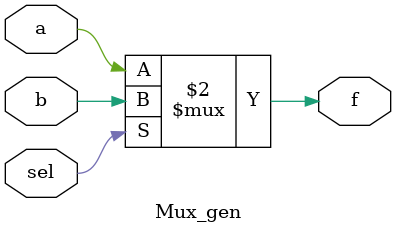
<source format=v>
module Mux_gen(a,b,f,sel);
input a,b;
input sel;
output f;
assign f= (sel==0)?a:b;
endmodule

</source>
